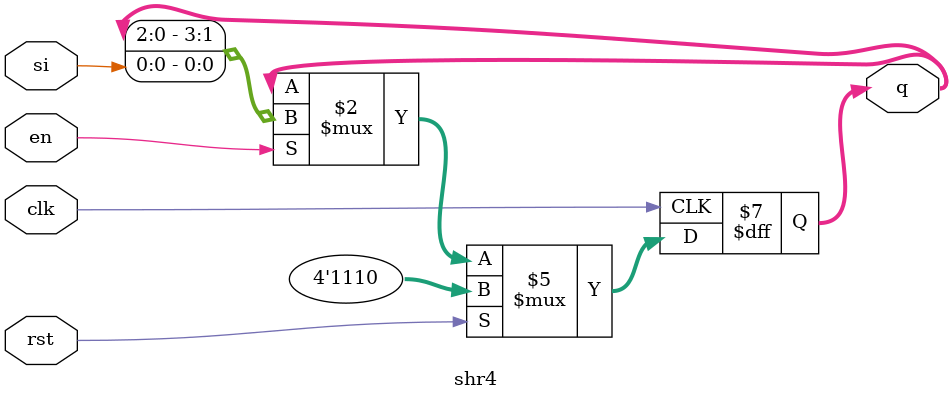
<source format=v>
`timescale 1ns / 1ps
module shr4(
    input en,
    input rst,
    input clk,
    input si,
    output reg [3:0] q
    );


always @(posedge clk)
begin
    if(rst)
        q <= 4'b1110;
    else if(en)
        q <= {q[2:0], si}; // 1110 default. <- shift: 110[O3] = 1101
end    


endmodule

</source>
